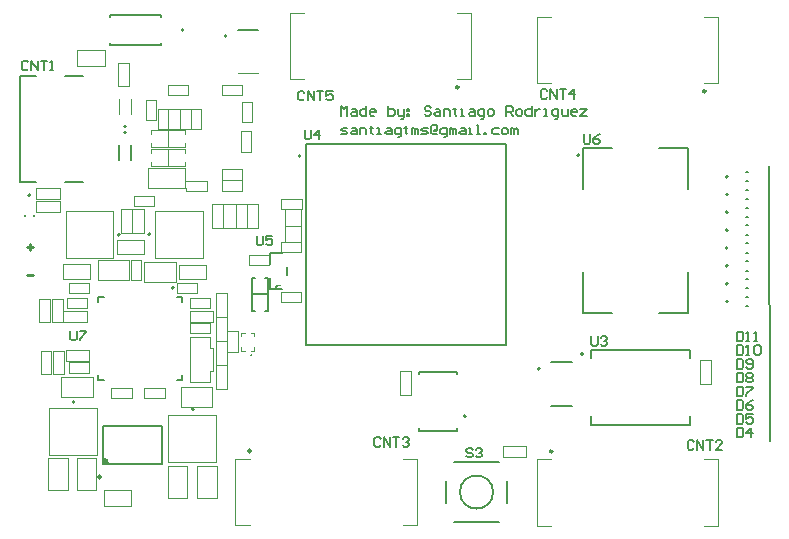
<source format=gto>
G04*
G04 #@! TF.GenerationSoftware,Altium Limited,Altium Designer,21.4.1 (30)*
G04*
G04 Layer_Color=65535*
%FSLAX25Y25*%
%MOIN*%
G70*
G04*
G04 #@! TF.SameCoordinates,690C2B1C-B9AF-4ECE-B77D-8E73C62371D7*
G04*
G04*
G04 #@! TF.FilePolarity,Positive*
G04*
G01*
G75*
%ADD10C,0.01000*%
%ADD11C,0.00787*%
%ADD12C,0.00984*%
%ADD13C,0.00500*%
%ADD14C,0.00600*%
%ADD15C,0.00394*%
%ADD16C,0.00400*%
%ADD17C,0.00591*%
%ADD18C,0.00200*%
%ADD19C,0.00300*%
G36*
X30257Y24271D02*
X32226D01*
Y25058D01*
X31045Y26239D01*
X30257D01*
Y24271D01*
D02*
G37*
D10*
X79666Y28605D02*
G03*
X79666Y28605I-400J0D01*
G01*
X231219Y148540D02*
G03*
X231219Y148540I-400J0D01*
G01*
X180172Y28560D02*
G03*
X180172Y28560I-400J0D01*
G01*
X148887Y149840D02*
G03*
X148887Y149840I-400J0D01*
G01*
X5000Y87100D02*
X6999D01*
X5000Y96600D02*
X6999D01*
X5999Y97599D02*
Y95600D01*
D11*
X32226Y24271D02*
G03*
X30257Y26239I-1969J0D01*
G01*
X20993Y44895D02*
G03*
X20993Y44895I-394J0D01*
G01*
X60694Y42530D02*
G03*
X60694Y42530I-394J0D01*
G01*
X38094Y136678D02*
G03*
X38094Y136678I-394J0D01*
G01*
X238716Y120032D02*
G03*
X238716Y120032I-394J0D01*
G01*
X46264Y100800D02*
G03*
X46264Y100800I-394J0D01*
G01*
X36058Y100626D02*
G03*
X36058Y100626I-394J0D01*
G01*
X57368Y168900D02*
G03*
X57368Y168900I-394J0D01*
G01*
X96349Y126934D02*
G03*
X96349Y126934I-394J0D01*
G01*
X54020Y83009D02*
G03*
X54020Y83009I-394J0D01*
G01*
X79935Y60665D02*
G03*
X79935Y60665I-235J0D01*
G01*
X151379Y40200D02*
G03*
X151379Y40200I-394J0D01*
G01*
X189214Y127193D02*
G03*
X189214Y127193I-394J0D01*
G01*
X71613Y166860D02*
G03*
X71613Y166860I-394J0D01*
G01*
X176038Y56000D02*
G03*
X176038Y56000I-394J0D01*
G01*
X238716Y114089D02*
G03*
X238716Y114089I-394J0D01*
G01*
Y108146D02*
G03*
X238716Y108146I-394J0D01*
G01*
Y102203D02*
G03*
X238716Y102203I-394J0D01*
G01*
Y96260D02*
G03*
X238716Y96260I-394J0D01*
G01*
Y90318D02*
G03*
X238716Y90318I-394J0D01*
G01*
Y84375D02*
G03*
X238716Y84375I-394J0D01*
G01*
Y78432D02*
G03*
X238716Y78432I-394J0D01*
G01*
X6194Y113793D02*
G03*
X6194Y113793I-394J0D01*
G01*
X38094Y134722D02*
G03*
X38094Y134722I-394J0D01*
G01*
X49942Y24271D02*
Y36869D01*
X30257Y24271D02*
Y36869D01*
X49942D01*
X30257Y24271D02*
X49942D01*
X97924Y63941D02*
Y130870D01*
X164853D01*
Y63941D02*
Y130870D01*
X97924Y63941D02*
X164853D01*
D12*
X29746Y19940D02*
G03*
X29746Y19940I-492J0D01*
G01*
D13*
X160412Y14900D02*
G03*
X160412Y14900I-5512J0D01*
G01*
X147370Y4861D02*
X162429D01*
X164939Y11135D02*
Y18665D01*
X144860Y11135D02*
Y18665D01*
X147370Y24939D02*
X162429D01*
X244700Y121607D02*
X245330D01*
X244700Y118457D02*
X245330D01*
X32703Y163861D02*
X49750D01*
X32703Y173939D02*
X49750D01*
X32703Y173112D02*
Y173939D01*
Y163861D02*
Y164687D01*
X49750Y173112D02*
Y173939D01*
Y163861D02*
Y164687D01*
X28823Y52124D02*
Y53895D01*
Y52124D02*
X30595D01*
X28823Y78305D02*
Y80076D01*
X30595D01*
X55005Y52124D02*
X56776D01*
Y53895D01*
X55005Y80076D02*
X56776D01*
Y78305D02*
Y80076D01*
X17615Y153435D02*
X23875D01*
X2575D02*
X8009D01*
X2575Y118238D02*
Y153435D01*
X17615Y118238D02*
X23875D01*
X2575D02*
X8009D01*
X135828Y35357D02*
Y36184D01*
X148427Y35357D02*
Y36184D01*
X135828Y35357D02*
X148427D01*
X135828Y55042D02*
X148427D01*
Y54216D02*
Y55042D01*
X135828Y54216D02*
Y55042D01*
X190321Y115973D02*
Y129752D01*
X199947D01*
X190321Y74634D02*
X199947D01*
X190321D02*
Y88414D01*
X215695Y129752D02*
X225321D01*
Y115973D02*
Y129752D01*
X215695Y74634D02*
X225321D01*
Y88414D01*
X75235Y169041D02*
X82165D01*
X4225Y106785D02*
Y107415D01*
X7375Y106785D02*
Y107415D01*
X179660Y58181D02*
X186590D01*
X179660Y43583D02*
X186590D01*
X244700Y112514D02*
X245330D01*
X244700Y115664D02*
X245330D01*
X244700Y106571D02*
X245330D01*
X244700Y109721D02*
X245330D01*
X244700Y100628D02*
X245330D01*
X244700Y103778D02*
X245330D01*
X244700Y94686D02*
X245330D01*
X244700Y97835D02*
X245330D01*
X244700Y88743D02*
X245330D01*
X244700Y91892D02*
X245330D01*
X244700Y82800D02*
X245330D01*
X244700Y85949D02*
X245330D01*
X244700Y76857D02*
X245330D01*
X244700Y80007D02*
X245330D01*
X35672Y125549D02*
Y130509D01*
X39727Y125549D02*
Y130509D01*
D14*
X190450Y60900D02*
G03*
X190450Y60900I-400J0D01*
G01*
X89390Y83803D02*
G03*
X87800Y82690I-405J-1114D01*
G01*
X226000Y59460D02*
Y62300D01*
X193100Y37300D02*
Y40140D01*
Y59460D02*
Y62300D01*
X226000D01*
Y37300D02*
Y40140D01*
X193100Y37300D02*
X226000D01*
X87800Y82700D02*
X90100D01*
X86200D02*
X87800D01*
X86200D02*
Y86400D01*
Y94700D02*
X90100D01*
X86200Y91000D02*
Y94700D01*
X91800Y87400D02*
Y90000D01*
X252500Y123500D02*
X252600Y32000D01*
D15*
X130322Y3783D02*
X135046D01*
Y25830D01*
X130322D02*
X135046D01*
X74533D02*
X79257D01*
X74533Y3783D02*
Y25830D01*
Y3783D02*
X79257D01*
X175038Y173362D02*
X179763D01*
X175038Y151315D02*
Y173362D01*
Y151315D02*
X179763D01*
X230827D02*
X235552D01*
Y173362D01*
X230827D02*
X235552D01*
X175038Y3738D02*
X179763D01*
X175038D02*
Y25785D01*
X179763D01*
X230827D02*
X235552D01*
Y3738D02*
Y25785D01*
X230827Y3738D02*
X235552D01*
X92707Y174662D02*
X97431D01*
X92707Y152615D02*
Y174662D01*
Y152615D02*
X97431D01*
X148496D02*
X153220D01*
Y174662D01*
X148496D02*
X153220D01*
D16*
X30600Y10300D02*
X39800D01*
X30600D02*
Y15500D01*
X39800D01*
Y10300D02*
Y15500D01*
X12500Y27265D02*
X28300D01*
X12500D02*
Y43065D01*
X28300D01*
Y27265D02*
Y43065D01*
X52200Y24900D02*
X68000D01*
X52200D02*
Y40700D01*
X68000D01*
Y24900D02*
Y40700D01*
X28200Y15700D02*
Y26300D01*
X21600Y15700D02*
X28200D01*
X21600Y26300D02*
X28200D01*
X21600Y15700D02*
Y26300D01*
X12100Y15744D02*
Y26344D01*
X18700D01*
X12100Y15744D02*
X18700D01*
Y26344D01*
X51900Y12900D02*
Y23500D01*
X58500D01*
X51900Y12900D02*
X58500D01*
Y23500D01*
X61800Y12900D02*
Y23500D01*
X68400D01*
X61800Y12900D02*
X68400D01*
Y23500D01*
X35000Y99000D02*
X44200D01*
Y94200D02*
Y99000D01*
X35000Y94200D02*
X44200D01*
X35000D02*
Y99000D01*
X35672Y140891D02*
Y145851D01*
X39727Y140891D02*
Y145851D01*
X47826Y92926D02*
X63574D01*
Y108674D01*
X47826D02*
X63574D01*
X47826Y92926D02*
Y108674D01*
X18034Y92926D02*
X33834D01*
Y108726D01*
X18034D02*
X33834D01*
X18034Y92926D02*
Y108726D01*
X21700Y162200D02*
X30900D01*
Y157000D02*
Y162200D01*
X21700Y157000D02*
X30900D01*
X21700D02*
Y162200D01*
X35400Y150200D02*
X39000D01*
Y158000D01*
X35400D02*
X39000D01*
X35400Y150200D02*
Y158000D01*
X75235Y154443D02*
X82165D01*
X70000Y122500D02*
X76800D01*
Y115300D02*
Y122500D01*
X70000Y115300D02*
Y122500D01*
X56000Y135900D02*
Y142700D01*
X52200Y135900D02*
X56000D01*
X52200Y142700D02*
X56000D01*
X40200Y101500D02*
Y109100D01*
X90944Y98188D02*
Y109212D01*
Y103700D02*
X96456D01*
Y98188D02*
Y109212D01*
X78500Y103000D02*
Y110600D01*
X74600Y103100D02*
Y110700D01*
X70500Y103100D02*
Y110700D01*
X70100Y118900D02*
X76800D01*
X57900Y115200D02*
Y116144D01*
X57866D02*
X57900D01*
Y118600D02*
X65100D01*
X59700Y135900D02*
Y142700D01*
X56000Y135900D02*
X59700D01*
X56000Y142700D02*
X59700D01*
X52200Y135900D02*
Y142700D01*
X16900Y71600D02*
Y75200D01*
X17000D01*
X16900D02*
X25100D01*
X16900D02*
Y79400D01*
X68100Y57100D02*
X71700D01*
Y49100D02*
Y57100D01*
X68100Y49100D02*
Y57300D01*
X66200Y62900D02*
X67200D01*
X59400Y51700D02*
Y66600D01*
X66200Y55400D02*
X67200D01*
X36400Y109162D02*
X43900D01*
X66600Y103000D02*
X82200D01*
Y110800D01*
X66600Y103000D02*
Y110800D01*
X82200D01*
X163600Y30200D02*
X171400D01*
Y26600D02*
Y30200D01*
X163600Y26600D02*
X171400D01*
X163600D02*
Y30200D01*
X67200Y55400D02*
Y62900D01*
X36400Y101362D02*
Y109162D01*
Y101362D02*
X43900D01*
Y109162D01*
X12700Y71591D02*
Y79391D01*
X9100Y71591D02*
X12700D01*
X9100D02*
Y79391D01*
X12700D01*
X13300Y71600D02*
X25100D01*
Y75200D01*
X13300Y71600D02*
Y79400D01*
X16900D01*
X68100Y65257D02*
Y73200D01*
X71700D01*
Y65257D02*
Y73200D01*
X59400Y75300D02*
X67200D01*
Y71700D02*
Y75300D01*
X59400Y71700D02*
X67200D01*
X59400D02*
Y75300D01*
X71700Y73300D02*
Y81100D01*
X68100Y73300D02*
Y81100D01*
X71700D01*
X13800Y54162D02*
Y61962D01*
X17400D01*
Y54162D02*
Y61962D01*
X13800Y54162D02*
X17400D01*
X18000Y58539D02*
X25800D01*
X18000D02*
Y62139D01*
X25800D01*
Y58539D02*
Y62139D01*
X9600Y54162D02*
Y61962D01*
X13200D01*
Y54162D02*
Y61962D01*
X9600Y54162D02*
X13200D01*
X71700Y57200D02*
Y65100D01*
X68100Y57100D02*
Y65100D01*
X71700D01*
X68100Y49100D02*
X71700D01*
X129400Y47400D02*
Y55200D01*
X133000D01*
Y47400D02*
Y55200D01*
X129400Y47400D02*
X133000D01*
X8200Y112000D02*
X16000D01*
Y108400D02*
Y112000D01*
X8200Y108400D02*
X16000D01*
X8200D02*
Y112000D01*
Y116300D02*
X16000D01*
Y112700D02*
Y116300D01*
X8200Y112700D02*
X16000D01*
X8200D02*
Y116300D01*
X233100Y51000D02*
Y58800D01*
X229500Y51000D02*
X233100D01*
X229500D02*
Y58800D01*
X233100D01*
X57569Y134275D02*
Y135456D01*
X46545D02*
X57569D01*
X46545Y134275D02*
Y135456D01*
Y129944D02*
Y131125D01*
Y129944D02*
X57569D01*
Y131125D01*
X52057Y129944D02*
Y135456D01*
X75400Y61700D02*
Y68500D01*
X71700Y61700D02*
X75400D01*
X71700Y68500D02*
X75400D01*
X59400Y71400D02*
X66200D01*
Y68000D02*
Y71400D01*
X59400Y68000D02*
Y71400D01*
Y68000D02*
X66200D01*
X39800Y85500D02*
Y92300D01*
X43200D01*
X39800Y85500D02*
X43200D01*
Y92300D01*
X59400Y66600D02*
X66200D01*
Y62900D02*
Y66600D01*
X26100Y86000D02*
Y90800D01*
X16900D02*
X26100D01*
X16900Y86000D02*
Y90800D01*
Y86000D02*
X26100D01*
X18300Y79500D02*
X25100D01*
Y76100D02*
Y79500D01*
X18300Y76100D02*
Y79500D01*
Y76100D02*
X25100D01*
X18968Y84700D02*
X25768D01*
Y81300D02*
Y84700D01*
X18968Y81300D02*
Y84700D01*
Y81300D02*
X25768D01*
X55660Y85800D02*
Y90600D01*
Y85800D02*
X64860D01*
Y90600D01*
X55660D02*
X64860D01*
X59400Y76100D02*
X66200D01*
X59400D02*
Y79500D01*
X66200Y76100D02*
Y79500D01*
X59400D02*
X66200D01*
X55000Y81300D02*
X61800D01*
X55000D02*
Y84700D01*
X61800Y81300D02*
Y84700D01*
X55000D02*
X61800D01*
X19000Y58100D02*
X25800D01*
Y54700D02*
Y58100D01*
X19000Y54700D02*
Y58100D01*
Y54700D02*
X25800D01*
X33100Y49600D02*
X39900D01*
Y46200D02*
Y49600D01*
X33100Y46200D02*
Y49600D01*
Y46200D02*
X39900D01*
X59400Y51700D02*
X66200D01*
Y55400D01*
X44100Y46100D02*
X50900D01*
X44100D02*
Y49500D01*
X50900Y46100D02*
Y49500D01*
X44100D02*
X50900D01*
X28600Y92100D02*
X39200D01*
Y85500D02*
Y92100D01*
X28600Y85500D02*
Y92100D01*
Y85500D02*
X39200D01*
X44200Y85000D02*
X54800D01*
X44200D02*
Y91600D01*
X54800Y85000D02*
Y91600D01*
X44200D02*
X54800D01*
X56244Y43300D02*
X66844D01*
X56244D02*
Y49900D01*
X66844Y43300D02*
Y49900D01*
X56244D02*
X66844D01*
X16556Y53200D02*
X27156D01*
Y46600D02*
Y53200D01*
X16556Y46600D02*
Y53200D01*
Y46600D02*
X27156D01*
X79000Y90600D02*
X85800D01*
X79000D02*
Y94000D01*
X85800Y90600D02*
Y94000D01*
X79000D02*
X85800D01*
X89600Y78300D02*
X96400D01*
X89600D02*
Y81700D01*
X96400Y78300D02*
Y81700D01*
X89600D02*
X96400D01*
X89700Y94800D02*
X96500D01*
X89700D02*
Y98200D01*
X96500Y94800D02*
Y98200D01*
X89700D02*
X96500D01*
X89800Y109300D02*
X96600D01*
X89800D02*
Y112700D01*
X96600Y109300D02*
Y112700D01*
X89800D02*
X96600D01*
X70000Y115300D02*
X76800D01*
X44800Y138900D02*
Y145700D01*
X48200D01*
X44800Y138900D02*
X48200D01*
Y145700D01*
X76600Y138200D02*
Y145000D01*
X80000D01*
X76600Y138200D02*
X80000D01*
Y145000D01*
X40701Y110202D02*
X47501D01*
X40701D02*
Y113602D01*
X47501Y110202D02*
Y113602D01*
X40701D02*
X47501D01*
X70000Y147200D02*
X76800D01*
X70000D02*
Y150600D01*
X76800Y147200D02*
Y150600D01*
X70000D02*
X76800D01*
X76300Y128400D02*
Y135200D01*
X79700D01*
X76300Y128400D02*
X79700D01*
Y135200D01*
X52000Y150600D02*
X58800D01*
Y147200D02*
Y150600D01*
X52000Y147200D02*
Y150600D01*
Y147200D02*
X58800D01*
X57900Y115200D02*
X65100D01*
Y118600D01*
X48700Y135900D02*
Y142700D01*
X52100D01*
X48700Y135900D02*
X52100D01*
X59700Y142700D02*
X63200D01*
X59700Y135900D02*
X63200D01*
Y142700D01*
X48376Y116132D02*
X51776D01*
X48376Y122932D02*
X51776D01*
X51376Y116132D02*
X54776D01*
X51376Y122932D02*
X54776D01*
X45376Y116132D02*
X48776D01*
X45376Y122932D02*
X48776D01*
X45376Y116132D02*
Y122932D01*
X57876Y116132D02*
Y122932D01*
X54476Y116132D02*
X57876D01*
X54476Y122932D02*
X57876D01*
D17*
X79944Y86412D02*
X81125D01*
X79944Y75388D02*
Y86412D01*
Y75388D02*
X81125D01*
X84275D02*
X85456D01*
X79944Y80900D02*
X85456D01*
Y75388D02*
Y86412D01*
X84275D02*
X85456D01*
X109790Y140385D02*
Y143534D01*
X110840Y142484D01*
X111889Y143534D01*
Y140385D01*
X113464Y142484D02*
X114513D01*
X115038Y141959D01*
Y140385D01*
X113464D01*
X112939Y140910D01*
X113464Y141435D01*
X115038D01*
X118187Y143534D02*
Y140385D01*
X116612D01*
X116087Y140910D01*
Y141959D01*
X116612Y142484D01*
X118187D01*
X120810Y140385D02*
X119761D01*
X119236Y140910D01*
Y141959D01*
X119761Y142484D01*
X120810D01*
X121335Y141959D01*
Y141435D01*
X119236D01*
X125533Y143534D02*
Y140385D01*
X127108D01*
X127632Y140910D01*
Y141435D01*
Y141959D01*
X127108Y142484D01*
X125533D01*
X128682D02*
Y140910D01*
X129207Y140385D01*
X130781D01*
Y139860D01*
X130256Y139336D01*
X129731D01*
X130781Y140385D02*
Y142484D01*
X131831D02*
X132355D01*
Y141959D01*
X131831D01*
Y142484D01*
Y140910D02*
X132355D01*
Y140385D01*
X131831D01*
Y140910D01*
X139702Y143009D02*
X139177Y143534D01*
X138128D01*
X137603Y143009D01*
Y142484D01*
X138128Y141959D01*
X139177D01*
X139702Y141435D01*
Y140910D01*
X139177Y140385D01*
X138128D01*
X137603Y140910D01*
X141276Y142484D02*
X142326D01*
X142850Y141959D01*
Y140385D01*
X141276D01*
X140752Y140910D01*
X141276Y141435D01*
X142850D01*
X143900Y140385D02*
Y142484D01*
X145474D01*
X145999Y141959D01*
Y140385D01*
X147573Y143009D02*
Y142484D01*
X147049D01*
X148098D01*
X147573D01*
Y140910D01*
X148098Y140385D01*
X149672D02*
X150722D01*
X150197D01*
Y142484D01*
X149672D01*
X152821D02*
X153871D01*
X154395Y141959D01*
Y140385D01*
X152821D01*
X152296Y140910D01*
X152821Y141435D01*
X154395D01*
X156494Y139336D02*
X157019D01*
X157544Y139860D01*
Y142484D01*
X155970D01*
X155445Y141959D01*
Y140910D01*
X155970Y140385D01*
X157544D01*
X159118D02*
X160168D01*
X160693Y140910D01*
Y141959D01*
X160168Y142484D01*
X159118D01*
X158593Y141959D01*
Y140910D01*
X159118Y140385D01*
X164891D02*
Y143534D01*
X166465D01*
X166990Y143009D01*
Y141959D01*
X166465Y141435D01*
X164891D01*
X165940D02*
X166990Y140385D01*
X168564D02*
X169614D01*
X170138Y140910D01*
Y141959D01*
X169614Y142484D01*
X168564D01*
X168039Y141959D01*
Y140910D01*
X168564Y140385D01*
X173287Y143534D02*
Y140385D01*
X171713D01*
X171188Y140910D01*
Y141959D01*
X171713Y142484D01*
X173287D01*
X174337D02*
Y140385D01*
Y141435D01*
X174861Y141959D01*
X175386Y142484D01*
X175911D01*
X177485Y140385D02*
X178535D01*
X178010D01*
Y142484D01*
X177485D01*
X181158Y139336D02*
X181683D01*
X182208Y139860D01*
Y142484D01*
X180634D01*
X180109Y141959D01*
Y140910D01*
X180634Y140385D01*
X182208D01*
X183257Y142484D02*
Y140910D01*
X183782Y140385D01*
X185356D01*
Y142484D01*
X187980Y140385D02*
X186931D01*
X186406Y140910D01*
Y141959D01*
X186931Y142484D01*
X187980D01*
X188505Y141959D01*
Y141435D01*
X186406D01*
X189555Y142484D02*
X191654D01*
X189555Y140385D01*
X191654D01*
X109790Y134140D02*
X111365D01*
X111889Y134665D01*
X111365Y135189D01*
X110315D01*
X109790Y135714D01*
X110315Y136239D01*
X111889D01*
X113464D02*
X114513D01*
X115038Y135714D01*
Y134140D01*
X113464D01*
X112939Y134665D01*
X113464Y135189D01*
X115038D01*
X116087Y134140D02*
Y136239D01*
X117662D01*
X118187Y135714D01*
Y134140D01*
X119761Y136764D02*
Y136239D01*
X119236D01*
X120286D01*
X119761D01*
Y134665D01*
X120286Y134140D01*
X121860D02*
X122909D01*
X122385D01*
Y136239D01*
X121860D01*
X125008D02*
X126058D01*
X126583Y135714D01*
Y134140D01*
X125008D01*
X124484Y134665D01*
X125008Y135189D01*
X126583D01*
X128682Y133090D02*
X129207D01*
X129731Y133615D01*
Y136239D01*
X128157D01*
X127632Y135714D01*
Y134665D01*
X128157Y134140D01*
X129731D01*
X131306Y136764D02*
Y136239D01*
X130781D01*
X131831D01*
X131306D01*
Y134665D01*
X131831Y134140D01*
X133405D02*
Y136239D01*
X133930D01*
X134454Y135714D01*
Y134140D01*
Y135714D01*
X134979Y136239D01*
X135504Y135714D01*
Y134140D01*
X136553D02*
X138128D01*
X138652Y134665D01*
X138128Y135189D01*
X137078D01*
X136553Y135714D01*
X137078Y136239D01*
X138652D01*
X141276Y135189D02*
Y135714D01*
X140752D01*
Y135189D01*
X141276D01*
X141801Y135714D01*
Y136764D01*
X141276Y137289D01*
X140227D01*
X139702Y136764D01*
Y134665D01*
X140227Y134140D01*
X141801D01*
X143900Y133090D02*
X144425D01*
X144950Y133615D01*
Y136239D01*
X143375D01*
X142851Y135714D01*
Y134665D01*
X143375Y134140D01*
X144950D01*
X145999D02*
Y136239D01*
X146524D01*
X147049Y135714D01*
Y134140D01*
Y135714D01*
X147573Y136239D01*
X148098Y135714D01*
Y134140D01*
X149672Y136239D02*
X150722D01*
X151247Y135714D01*
Y134140D01*
X149672D01*
X149148Y134665D01*
X149672Y135189D01*
X151247D01*
X152296Y134140D02*
X153346D01*
X152821D01*
Y136239D01*
X152296D01*
X154920Y134140D02*
X155970D01*
X155445D01*
Y137289D01*
X154920D01*
X157544Y134140D02*
Y134665D01*
X158069D01*
Y134140D01*
X157544D01*
X162267Y136239D02*
X160693D01*
X160168Y135714D01*
Y134665D01*
X160693Y134140D01*
X162267D01*
X163841D02*
X164891D01*
X165416Y134665D01*
Y135714D01*
X164891Y136239D01*
X163841D01*
X163316Y135714D01*
Y134665D01*
X163841Y134140D01*
X166465D02*
Y136239D01*
X166990D01*
X167515Y135714D01*
Y134140D01*
Y135714D01*
X168039Y136239D01*
X168564Y135714D01*
Y134140D01*
X153575Y29050D02*
X153050Y29574D01*
X152001D01*
X151476Y29050D01*
Y28525D01*
X152001Y28000D01*
X153050D01*
X153575Y27475D01*
Y26950D01*
X153050Y26426D01*
X152001D01*
X151476Y26950D01*
X154625Y29050D02*
X155149Y29574D01*
X156199D01*
X156724Y29050D01*
Y28525D01*
X156199Y28000D01*
X155674D01*
X156199D01*
X156724Y27475D01*
Y26950D01*
X156199Y26426D01*
X155149D01*
X154625Y26950D01*
X178427Y148650D02*
X177902Y149174D01*
X176852D01*
X176327Y148650D01*
Y146550D01*
X176852Y146026D01*
X177902D01*
X178427Y146550D01*
X179476Y146026D02*
Y149174D01*
X181575Y146026D01*
Y149174D01*
X182625D02*
X184724D01*
X183674D01*
Y146026D01*
X187347D02*
Y149174D01*
X185773Y147600D01*
X187872D01*
X190676Y134174D02*
Y131550D01*
X191201Y131026D01*
X192250D01*
X192775Y131550D01*
Y134174D01*
X195924D02*
X194874Y133650D01*
X193825Y132600D01*
Y131550D01*
X194349Y131026D01*
X195399D01*
X195924Y131550D01*
Y132075D01*
X195399Y132600D01*
X193825D01*
X5451Y158150D02*
X4927Y158674D01*
X3877D01*
X3352Y158150D01*
Y156050D01*
X3877Y155526D01*
X4927D01*
X5451Y156050D01*
X6501Y155526D02*
Y158674D01*
X8600Y155526D01*
Y158674D01*
X9649D02*
X11748D01*
X10699D01*
Y155526D01*
X12798D02*
X13848D01*
X13323D01*
Y158674D01*
X12798Y158150D01*
X19476Y68674D02*
Y66050D01*
X20001Y65526D01*
X21050D01*
X21575Y66050D01*
Y68674D01*
X22625D02*
X24724D01*
Y68150D01*
X22625Y66050D01*
Y65526D01*
X81576Y100374D02*
Y97750D01*
X82101Y97226D01*
X83150D01*
X83675Y97750D01*
Y100374D01*
X86824D02*
X84725D01*
Y98800D01*
X85774Y99325D01*
X86299D01*
X86824Y98800D01*
Y97750D01*
X86299Y97226D01*
X85249D01*
X84725Y97750D01*
X97576Y135574D02*
Y132950D01*
X98101Y132426D01*
X99150D01*
X99675Y132950D01*
Y135574D01*
X102299Y132426D02*
Y135574D01*
X100725Y134000D01*
X102824D01*
X193126Y66874D02*
Y64250D01*
X193651Y63726D01*
X194700D01*
X195225Y64250D01*
Y66874D01*
X196275Y66350D02*
X196799Y66874D01*
X197849D01*
X198374Y66350D01*
Y65825D01*
X197849Y65300D01*
X197324D01*
X197849D01*
X198374Y64775D01*
Y64250D01*
X197849Y63726D01*
X196799D01*
X196275Y64250D01*
X241690Y68388D02*
Y65239D01*
X243264D01*
X243789Y65764D01*
Y67863D01*
X243264Y68388D01*
X241690D01*
X244838Y65239D02*
X245888D01*
X245363D01*
Y68388D01*
X244838Y67863D01*
X247462Y65239D02*
X248512D01*
X247987D01*
Y68388D01*
X247462Y67863D01*
X241690Y63802D02*
Y60654D01*
X243264D01*
X243789Y61179D01*
Y63278D01*
X243264Y63802D01*
X241690D01*
X244838Y60654D02*
X245888D01*
X245363D01*
Y63802D01*
X244838Y63278D01*
X247462D02*
X247987Y63802D01*
X249037D01*
X249561Y63278D01*
Y61179D01*
X249037Y60654D01*
X247987D01*
X247462Y61179D01*
Y63278D01*
X241690Y59217D02*
Y56069D01*
X243264D01*
X243789Y56593D01*
Y58692D01*
X243264Y59217D01*
X241690D01*
X244838Y56593D02*
X245363Y56069D01*
X246413D01*
X246937Y56593D01*
Y58692D01*
X246413Y59217D01*
X245363D01*
X244838Y58692D01*
Y58168D01*
X245363Y57643D01*
X246937D01*
X241690Y54632D02*
Y51483D01*
X243264D01*
X243789Y52008D01*
Y54107D01*
X243264Y54632D01*
X241690D01*
X244838Y54107D02*
X245363Y54632D01*
X246413D01*
X246937Y54107D01*
Y53582D01*
X246413Y53058D01*
X246937Y52533D01*
Y52008D01*
X246413Y51483D01*
X245363D01*
X244838Y52008D01*
Y52533D01*
X245363Y53058D01*
X244838Y53582D01*
Y54107D01*
X245363Y53058D02*
X246413D01*
X241690Y50047D02*
Y46898D01*
X243264D01*
X243789Y47423D01*
Y49522D01*
X243264Y50047D01*
X241690D01*
X244838D02*
X246937D01*
Y49522D01*
X244838Y47423D01*
Y46898D01*
X241690Y45461D02*
Y42313D01*
X243264D01*
X243789Y42838D01*
Y44937D01*
X243264Y45461D01*
X241690D01*
X246937D02*
X245888Y44937D01*
X244838Y43887D01*
Y42838D01*
X245363Y42313D01*
X246413D01*
X246937Y42838D01*
Y43362D01*
X246413Y43887D01*
X244838D01*
X241690Y40876D02*
Y37728D01*
X243264D01*
X243789Y38252D01*
Y40352D01*
X243264Y40876D01*
X241690D01*
X246937D02*
X244838D01*
Y39302D01*
X245888Y39827D01*
X246413D01*
X246937Y39302D01*
Y38252D01*
X246413Y37728D01*
X245363D01*
X244838Y38252D01*
X241690Y36291D02*
Y33142D01*
X243264D01*
X243789Y33667D01*
Y35766D01*
X243264Y36291D01*
X241690D01*
X246413Y33142D02*
Y36291D01*
X244838Y34717D01*
X246937D01*
X97527Y148049D02*
X97002Y148574D01*
X95952D01*
X95427Y148049D01*
Y145950D01*
X95952Y145426D01*
X97002D01*
X97527Y145950D01*
X98576Y145426D02*
Y148574D01*
X100675Y145426D01*
Y148574D01*
X101725D02*
X103824D01*
X102774D01*
Y145426D01*
X106972Y148574D02*
X104873D01*
Y147000D01*
X105923Y147525D01*
X106448D01*
X106972Y147000D01*
Y145950D01*
X106448Y145426D01*
X105398D01*
X104873Y145950D01*
X122926Y32649D02*
X122402Y33174D01*
X121352D01*
X120827Y32649D01*
Y30550D01*
X121352Y30026D01*
X122402D01*
X122926Y30550D01*
X123976Y30026D02*
Y33174D01*
X126075Y30026D01*
Y33174D01*
X127125D02*
X129224D01*
X128174D01*
Y30026D01*
X130273Y32649D02*
X130798Y33174D01*
X131848D01*
X132372Y32649D01*
Y32125D01*
X131848Y31600D01*
X131323D01*
X131848D01*
X132372Y31075D01*
Y30550D01*
X131848Y30026D01*
X130798D01*
X130273Y30550D01*
X227326Y31650D02*
X226802Y32174D01*
X225752D01*
X225227Y31650D01*
Y29550D01*
X225752Y29026D01*
X226802D01*
X227326Y29550D01*
X228376Y29026D02*
Y32174D01*
X230475Y29026D01*
Y32174D01*
X231525D02*
X233624D01*
X232574D01*
Y29026D01*
X236772D02*
X234673D01*
X236772Y31125D01*
Y31650D01*
X236247Y32174D01*
X235198D01*
X234673Y31650D01*
D18*
X80729Y66843D02*
Y68013D01*
X79559D02*
X80729D01*
Y61959D02*
Y63129D01*
X79559Y61959D02*
X80729D01*
X76450D02*
X77620D01*
X76450Y68013D02*
X77620D01*
X76450Y61959D02*
Y63129D01*
Y66843D02*
Y68013D01*
D19*
X57569Y127975D02*
Y129156D01*
X46545D02*
X57569D01*
X46545Y127975D02*
Y129156D01*
Y123644D02*
Y124825D01*
Y123644D02*
X57569D01*
Y124825D01*
X52057Y123644D02*
Y129156D01*
M02*

</source>
